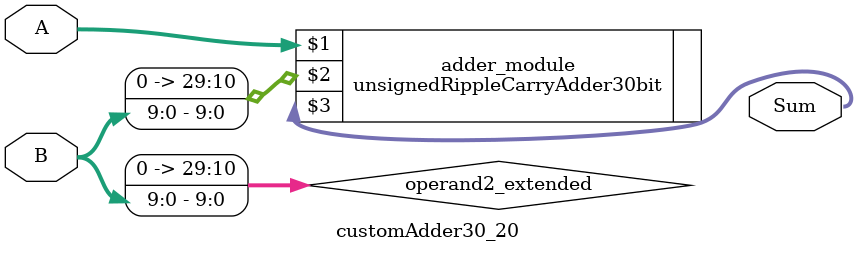
<source format=v>

module customAdder30_20(
                    input [29 : 0] A,
                    input [9 : 0] B,
                    
                    output [30 : 0] Sum
            );

    wire [29 : 0] operand2_extended;
    
    assign operand2_extended =  {20'b0, B};
    
    unsignedRippleCarryAdder30bit adder_module(
        A,
        operand2_extended,
        Sum
    );
    
endmodule
        
</source>
